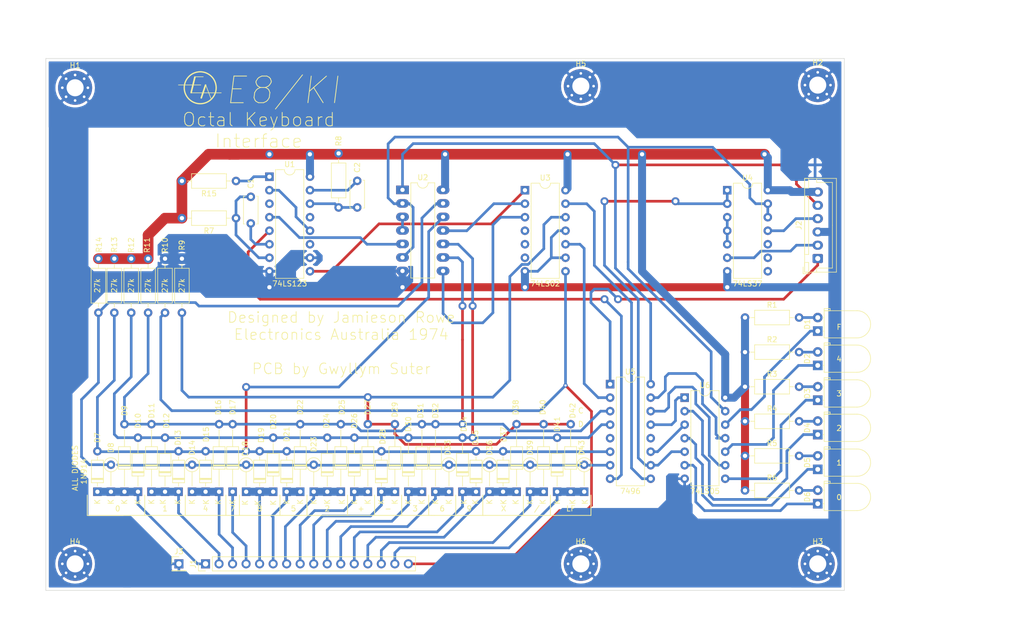
<source format=kicad_pcb>
(kicad_pcb (version 20211014) (generator pcbnew)
  (layers (0 "F.Cu" signal) (31 "B.Cu" signal) (34 "B.Paste" user) (35 "F.Paste" user) (36 "B.SilkS" user "B.Silkscreen") (37 "F.SilkS" user "F.Silkscreen") (38 "B.Mask" user) (39 "F.Mask" user) (44 "Edge.Cuts" user))
  (net 0 "")
  (net 1 "Net-(D1-Pad1)")
  (net 2 "Net-(D1-Pad2)")
  (net 3 "Net-(D2-Pad2)")
  (net 4 "Net-(D2-Pad1)")
  (net 5 "Net-(D3-Pad2)")
  (net 6 "Net-(D3-Pad1)")
  (net 7 "Net-(D4-Pad1)")
  (net 8 "Net-(D4-Pad2)")
  (net 9 "Net-(D5-Pad1)")
  (net 10 "Net-(D5-Pad2)")
  (net 11 "Net-(D6-Pad2)")
  (net 12 "Net-(D6-Pad1)")
  (net 13 "~{FLAG_RESET}")
  (net 14 "+5V")
  (net 15 "GND")
  (net 16 "Net-(C1-Pad1)")
  (net 17 "Net-(C2-Pad1)")
  (net 18 "A")
  (net 19 "C")
  (net 20 "D")
  (net 21 "E")
  (net 22 "F")
  (net 23 "Net-(U1-Pad9)")
  (net 24 "Net-(U1-Pad12)")
  (net 25 "~{CLOCK}")
  (net 26 "DATA")
  (net 27 "Net-(U1-Pad4)")
  (net 28 "Net-(U1-Pad5)")
  (net 29 "~{FLAG}")
  (net 30 "Net-(C1-Pad2)")
  (net 31 "Net-(C2-Pad2)")
  (net 32 "FLAG_OUT_LED")
  (net 33 "Net-(U2-Pad3)")
  (net 34 "Net-(U3-Pad13)")
  (net 38 "Net-(U3-Pad10)")
  (net 39 "Net-(U4-Pad1)")
  (net 42 "Net-(U4-Pad3)")
  (net 44 "Net-(U5-Pad15)")
  (net 45 "Net-(U5-Pad14)")
  (net 46 "Net-(U5-Pad13)")
  (net 49 "Net-(U5-Pad11)")
  (net 50 "0")
  (net 51 "1")
  (net 52 "4")
  (net 53 "7")
  (net 54 "CR")
  (net 55 "LF")
  (net 56 "DIV")
  (net 57 "X")
  (net 58 "9")
  (net 59 "6")
  (net 60 "3")
  (net 61 "-")
  (net 62 "+")
  (net 63 "2")
  (net 64 "5")
  (net 65 "8")
  (net 66 "Net-(R15-Pad1)")
  (net 70 "Net-(U3-Pad3)")
  (net 71 "Net-(U3-Pad2)")
  (footprint "Diode_THT:D_DO-35_SOD27_P5.08mm_Vertical_KathodeUp" (layer "F.Cu") (at 62.23 131.445 90)
    (fp_text reference "D8")
    (fp_text value "1N914")
  )
  (footprint "Resistor_THT:R_Axial_DIN0207_L6.3mm_D2.5mm_P10.16mm_Horizontal" (layer "F.Cu") (at 181.34 98.7)
    (fp_text reference "R1")
    (fp_text value "180R")
  )
  (footprint "Resistor_THT:R_Axial_DIN0207_L6.3mm_D2.5mm_P10.16mm_Horizontal" (layer "F.Cu") (at 181.34 105.2)
    (fp_text reference "R2")
    (fp_text value "180R")
  )
  (footprint "Resistor_THT:R_Axial_DIN0207_L6.3mm_D2.5mm_P10.16mm_Horizontal" (layer "F.Cu") (at 181.34 111.7)
    (fp_text reference "R3")
    (fp_text value "180R")
  )
  (footprint "Resistor_THT:R_Axial_DIN0207_L6.3mm_D2.5mm_P10.16mm_Horizontal" (layer "F.Cu") (at 181.34 118.2)
    (fp_text reference "R4")
    (fp_text value "180R")
  )
  (footprint "Resistor_THT:R_Axial_DIN0207_L6.3mm_D2.5mm_P10.16mm_Horizontal" (layer "F.Cu") (at 181.34 124.7)
    (fp_text reference "R5")
    (fp_text value "180R")
  )
  (footprint "Resistor_THT:R_Axial_DIN0207_L6.3mm_D2.5mm_P10.16mm_Horizontal" (layer "F.Cu") (at 181.34 131.2)
    (fp_text reference "R6")
    (fp_text value "180R")
  )
  (footprint "Resistor_THT:R_Axial_DIN0207_L6.3mm_D2.5mm_P10.16mm_Horizontal" (layer "F.Cu") (at 85.725 80.01 180)
    (fp_text reference "R7")
    (fp_text value "33k")
  )
  (footprint "Resistor_THT:R_Axial_DIN0207_L6.3mm_D2.5mm_P10.16mm_Horizontal" (layer "F.Cu") (at 105 78 90)
    (fp_text reference "R8")
    (fp_text value "180R")
  )
  (footprint "Resistor_THT:R_Axial_DIN0207_L6.3mm_D2.5mm_P10.16mm_Horizontal" (layer "F.Cu") (at 75.565 87.63 -90)
    (fp_text reference "R9")
    (fp_text value "27k")
  )
  (footprint "Resistor_THT:R_Axial_DIN0207_L6.3mm_D2.5mm_P10.16mm_Horizontal" (layer "F.Cu") (at 72.39 87.63 -90)
    (fp_text reference "R10")
    (fp_text value "27k")
  )
  (footprint "Resistor_THT:R_Axial_DIN0207_L6.3mm_D2.5mm_P10.16mm_Horizontal" (layer "F.Cu") (at 69.215 87.63 -90)
    (fp_text reference "R11")
    (fp_text value "27k")
  )
  (footprint "Resistor_THT:R_Axial_DIN0207_L6.3mm_D2.5mm_P10.16mm_Horizontal" (layer "F.Cu") (at 62.865 87.63 -90)
    (fp_text reference "R13")
    (fp_text value "27k")
  )
  (footprint "Resistor_THT:R_Axial_DIN0207_L6.3mm_D2.5mm_P10.16mm_Horizontal" (layer "F.Cu") (at 59.88 87.63 -90)
    (fp_text reference "R14")
    (fp_text value "27k")
  )
  (footprint "Package_DIP:DIP-16_W7.62mm" (layer "F.Cu") (at 92 72.22)
    (fp_text reference "U1")
    (fp_text value "74LS123")
  )
  (footprint "Package_DIP:DIP-14_W7.62mm" (layer "F.Cu") (at 178 74.76)
    (fp_text reference "U4")
    (fp_text value "74LS37")
  )
  (footprint "Package_DIP:DIP-16_W7.62mm" (layer "F.Cu") (at 156 111.22)
    (fp_text reference "U5")
    (fp_text value "7496")
  )
  (footprint "Package_DIP:DIP-14_W7.62mm" (layer "F.Cu") (at 170 113.76)
    (fp_text reference "U6")
    (fp_text value "74LS05")
  )
  (footprint "MountingHole:MountingHole_3.2mm_M3_Pad_Via" (layer "F.Cu") (at 55.5 55.5)
    (fp_text reference "H1")
    (fp_text value "MountingHole_Pad")
  )
  (footprint "MountingHole:MountingHole_3.2mm_M3_Pad_Via" (layer "F.Cu") (at 195 55)
    (fp_text reference "H2")
    (fp_text value "MountingHole_Pad")
  )
  (footprint "MountingHole:MountingHole_3.2mm_M3_Pad_Via" (layer "F.Cu") (at 195 145)
    (fp_text reference "H3")
    (fp_text value "MountingHole_Pad")
  )
  (footprint "MountingHole:MountingHole_3.2mm_M3_Pad_Via" (layer "F.Cu") (at 55.5 145)
    (fp_text reference "H4")
    (fp_text value "MountingHole_Pad")
  )
  (footprint "Package_DIP:DIP-14_W7.62mm" (layer "F.Cu") (at 140 74.76)
    (fp_text reference "U3")
    (fp_text value "74LS02")
  )
  (footprint "LED_THT:LED_D5.0mm_Horizontal_O1.27mm_Z3.0mm" (layer "F.Cu") (at 195 101.24 90)
    (fp_text reference "D1")
    (fp_text value "LED")
  )
  (footprint "Resistor_THT:R_Axial_DIN0207_L6.3mm_D2.5mm_P10.16mm_Horizontal" (layer "F.Cu") (at 66.04 87.63 -90)
    (fp_text reference "R12")
    (fp_text value "27k")
  )
  (footprint "LED_THT:LED_D5.0mm_Horizontal_O1.27mm_Z3.0mm" (layer "F.Cu") (at 195 107.7 90)
    (fp_text reference "D2")
    (fp_text value "LED")
  )
  (footprint "LED_THT:LED_D5.0mm_Horizontal_O1.27mm_Z3.0mm" (layer "F.Cu") (at 195 114.24 90)
    (fp_text reference "D3")
    (fp_text value "LED")
  )
  (footprint "LED_THT:LED_D5.0mm_Horizontal_O1.27mm_Z3.0mm" (layer "F.Cu") (at 195 120.7 90)
    (fp_text reference "D4")
    (fp_text value "LED")
  )
  (footprint "LED_THT:LED_D5.0mm_Horizontal_O1.27mm_Z3.0mm" (layer "F.Cu") (at 195 127.24 90)
    (fp_text reference "D5")
    (fp_text value "LED")
  )
  (footprint "Diode_THT:D_DO-35_SOD27_P7.62mm_Horizontal" (layer "F.Cu") (at 59.69 131.445 90)
    (fp_text reference "D7")
    (fp_text value "1N914" hide)
  )
  (footprint "Diode_THT:D_DO-35_SOD27_P12.70mm_Horizontal" (layer "F.Cu") (at 64.77 131.445 90)
    (fp_text reference "D9")
    (fp_text value "1N914" hide)
  )
  (footprint "Diode_THT:D_DO-35_SOD27_P10.16mm_Horizontal" (layer "F.Cu") (at 67.31 131.445 90)
    (fp_text reference "D10")
    (fp_text value "1N914" hide)
  )
  (footprint "Diode_THT:D_DO-35_SOD27_P12.70mm_Horizontal" (layer "F.Cu") (at 69.85 131.445 90)
    (fp_text reference "D11")
    (fp_text value "1N914" hide)
  )
  (footprint "Diode_THT:D_DO-35_SOD27_P10.16mm_Horizontal" (layer "F.Cu") (at 72.39 131.445 90)
    (fp_text reference "D12")
    (fp_text value "1N914" hide)
  )
  (footprint "Diode_THT:D_DO-35_SOD27_P7.62mm_Horizontal" (layer "F.Cu") (at 74.93 131.445 90)
    (fp_text reference "D13")
    (fp_text value "1N914" hide)
  )
  (footprint "Diode_THT:D_DO-35_SOD27_P5.08mm_Vertical_KathodeUp" (layer "F.Cu") (at 77.47 131.445 90)
    (fp_text reference "D14")
    (fp_text value "1N914" hide)
  )
  (footprint "Diode_THT:D_DO-35_SOD27_P7.62mm_Horizontal" (layer "F.Cu") (at 80.01 131.445 90)
    (fp_text reference "D15")
    (fp_text value "1N914" hide)
  )
  (footprint "Diode_THT:D_DO-35_SOD27_P12.70mm_Horizontal" (layer "F.Cu") (at 82.55 131.445 90)
    (fp_text reference "D16")
    (fp_text value "1N914" hide)
  )
  (footprint "Connector_PinHeader_2.54mm:PinHeader_1x01_P2.54mm_Vertical" (layer "F.Cu") (at 75 145)
    (fp_text reference "J3")
    (fp_text value "Conn_01x01_Male")
  )
  (footprint "Diode_THT:D_DO-35_SOD27_P12.70mm_Horizontal" (layer "F.Cu") (at 85.09 131.445 90)
    (fp_text reference "D17")
    (fp_text value "1N914" hide)
  )
  (footprint "Connector_PinHeader_2.54mm:PinHeader_1x16_P2.54mm_Vertical" (layer "F.Cu") (at 80 145 90)
    (fp_text reference "J1")
    (fp_text value "Conn_01x16_Male")
  )
  (footprint "Diode_THT:D_DO-35_SOD27_P5.08mm_Vertical_KathodeUp" (layer "F.Cu") (at 87.63 131.445 90)
    (fp_text reference "D18")
    (fp_text value "1N914" hide)
  )
  (footprint "Diode_THT:D_DO-35_SOD27_P7.62mm_Horizontal" (layer "F.Cu") (at 90.17 131.445 90)
    (fp_text reference "D19")
    (fp_text value "1N914" hide)
  )
  (footprint "Diode_THT:D_DO-35_SOD27_P10.16mm_Horizontal" (layer "F.Cu") (at 92.71 131.445 90)
    (fp_text reference "D20")
    (fp_text value "1N914" hide)
  )
  (footprint "Diode_THT:D_DO-35_SOD27_P7.62mm_Horizontal" (layer "F.Cu") (at 95.25 131.445 90)
    (fp_text reference "D21")
    (fp_text value "1N914" hide)
  )
  (footprint "Diode_THT:D_DO-35_SOD27_P12.70mm_Horizontal" (layer "F.Cu") (at 97.79 131.445 90)
    (fp_text reference "D22")
    (fp_text value "1N914" hide)
  )
  (footprint "Resistor_THT:R_Axial_DIN0207_L6.3mm_D2.5mm_P10.16mm_Horizontal" (layer "F.Cu") (at 85.725 73.025 180)
    (fp_text reference "R15")
    (fp_text value "1k")
  )
  (footprint "Diode_THT:D_DO-35_SOD27_P5.08mm_Vertical_KathodeUp" (layer "F.Cu") (at 100.33 131.445 90)
    (fp_text reference "D23")
    (fp_text value "1N914" hide)
  )
  (footprint "Diode_THT:D_DO-35_SOD27_P10.16mm_Horizontal" (layer "F.Cu") (at 102.87 131.445 90)
    (fp_text reference "D24")
    (fp_text value "1N914" hide)
  )
  (footprint "Diode_THT:D_DO-35_SOD27_P12.70mm_Horizontal" (layer "F.Cu") (at 105.41 131.445 90)
    (fp_text reference "D25")
    (fp_text value "1N914" hide)
  )
  (footprint "Diode_THT:D_DO-35_SOD27_P10.16mm_Horizontal" (layer "F.Cu") (at 107.95 131.445 90)
    (fp_text reference "D26")
    (fp_text value "1N914" hide)
  )
  (footprint "Diode_THT:D_DO-35_SOD27_P12.70mm_Horizontal" (layer "F.Cu") (at 110.49 131.445 90)
    (fp_text reference "D27")
    (fp_text value "1N914" hide)
  )
  (footprint "Diode_THT:D_DO-35_SOD27_P7.62mm_Horizontal" (layer "F.Cu") (at 113.03 131.445 90)
    (fp_text reference "D28")
    (fp_text value "1N914")
  )
  (footprint "Diode_THT:D_DO-35_SOD27_P12.70mm_Horizontal" (layer "F.Cu") (at 115.57 131.445 90)
    (fp_text reference "D29")
    (fp_text value "1N914")
  )
  (footprint "Diode_THT:D_DO-35_SOD27_P10.16mm_Horizontal" (layer "F.Cu") (at 118.11 131.445 90)
    (fp_text reference "D30")
    (fp_text value "1N914")
  )
  (footprint "Diode_THT:D_DO-35_SOD27_P12.70mm_Horizontal" (layer "F.Cu") (at 120.65 131.445 90)
    (fp_text reference "D31")
    (fp_text value "1N914")
  )
  (footprint "Diode_THT:D_DO-35_SOD27_P12.70mm_Horizontal" (layer "F.Cu") (at 123.19 131.445 90)
    (fp_text reference "D32")
    (fp_text value "1N914")
  )
  (footprint "Diode_THT:D_DO-35_SOD27_P5.08mm_Vertical_KathodeUp" (layer "F.Cu") (at 125.73 131.445 90)
    (fp_text reference "D33")
    (fp_text value "1N914")
  )
  (footprint "Diode_THT:D_DO-35_SOD27_P10.16mm_Horizontal" (layer "F.Cu") (at 128.27 131.445 90)
    (fp_text reference "D34")
    (fp_text value "1N914")
  )
  (footprint "Diode_THT:D_DO-35_SOD27_P7.62mm_Horizontal" (layer "F.Cu") (at 130.81 131.445 90)
    (fp_text reference "D35")
    (fp_text value "1N914")
  )
  (footprint "Diode_THT:D_DO-35_SOD27_P5.08mm_Vertical_KathodeUp" (layer "F.Cu") (at 133.35 131.445 90)
    (fp_text reference "D36")
    (fp_text value "1N914")
  )
  (footprint "Diode_THT:D_DO-35_SOD27_P7.62mm_Horizontal" (layer "F.Cu") (at 135.89 131.445 90)
    (fp_text reference "D37")
    (fp_text value "1N914")
  )
  (footprint "Diode_THT:D_DO-35_SOD27_P12.70mm_Horizontal" (layer "F.Cu") (at 138.43 131.445 90)
    (fp_text reference "D38")
    (fp_text value "1N914")
  )
  (footprint "Diode_THT:D_DO-35_SOD27_P5.08mm_Vertical_KathodeUp" (layer "F.Cu") (at 140.97 131.445 90)
    (fp_text reference "D39")
    (fp_text value "1N914")
  )
  (footprint "Diode_THT:D_DO-35_SOD27_P12.70mm_Horizontal" (layer "F.Cu") (at 143.51 131.445 90)
    (fp_text reference "D40")
    (fp_text value "1N914")
  )
  (footprint "Diode_THT:D_DO-35_SOD27_P10.16mm_Horizontal" (layer "F.Cu") (at 146.05 131.445 90)
    (fp_text reference "D41")
    (fp_text value "1N914")
  )
  (footprint "Diode_THT:D_DO-35_SOD27_P12.70mm_Horizontal" (layer "F.Cu") (at 148.59 131.445 90)
    (fp_text reference "D42")
    (fp_text value "1N914")
  )
  (footprint "Diode_THT:D_DO-35_SOD27_P5.08mm_Vertical_KathodeUp" (layer "F.Cu") (at 151.13 131.445 90)
    (fp_text reference "D43")
    (fp_text value "1N914")
  )
  (footprint "LED_THT:LED_D5.0mm_Horizontal_O1.27mm_Z3.0mm" (layer "F.Cu") (at 195 133.7 90)
    (fp_text reference "D6")
    (fp_text value "LED")
  )
  (footprint "EDUC-8:EA_Symbol" (layer "F.Cu") (at 79 55.5)
    (fp_text reference "REF**" hide)
    (fp_text value "EA_Symbol" hide)
  )
  (footprint "Capacitor_THT:C_Disc_D5.0mm_W2.5mm_P5.00mm" (layer "F.Cu") (at 88.5 76 -90)
    (fp_text reference "C1")
    (fp_text value "1nF")
  )
  (footprint "Capacitor_THT:C_Disc_D5.0mm_W2.5mm_P5.00mm" (layer "F.Cu") (at 108.5 78 90)
    (fp_text reference "C2")
    (fp_text value "100pF")
  )
  (footprint "MountingHole:MountingHole_3.2mm_M3_Pad_Via" (layer "F.Cu") (at 150.5 55.197056)
    (fp_text reference "H5")
    (fp_text value "MountingHole_Pad")
  )
  (footprint "MountingHole:MountingHole_3.2mm_M3_Pad_Via" (layer "F.Cu") (at 150.5 145)
    (fp_text reference "H6")
    (fp_text value "MountingHole_Pad")
  )
  (footprint "Connector_JST:JST_XH_B6B-XH-A_1x06_P2.50mm_Vertical" (layer "F.Cu") (at 195 87.6 90)
    (fp_text reference "J2")
    (fp_text value "Conn_01x06_Male")
  )
  (footprint "Package_DIP:DIP-14_W7.62mm_LongPads" (layer "F.Cu") (at 117 74.7)
    (fp_text reference "U2")
    (fp_text value "74LS132")
  )
  (gr_line (start 116.84 132.08) (end 116.84 132.715) (layer "F.SilkS") (width 0.15))
  (gr_line (start 99.06 132.08) (end 99.06 135.89) (layer "F.SilkS") (width 0.15))
  (gr_line (start 111.76 132.08) (end 111.76 135.89) (layer "F.SilkS") (width 0.15))
  (gr_line (start 93.98 132.08) (end 93.98 135.89) (layer "F.SilkS") (width 0.15))
  (gr_line (start 122.555 135.89) (end 102.87 135.89) (layer "F.SilkS") (width 0.15))
  (gr_line (start 116.84 132.715) (end 116.84 135.89) (layer "F.SilkS") (width 0.15))
  (gr_line (start 139.7 132.08) (end 139.7 135.89) (layer "F.SilkS") (width 0.15))
  (gr_line (start 83.82 132.08) (end 83.82 135.89) (layer "F.SilkS") (width 0.15))
  (gr_line (start 144.78 132.08) (end 144.78 135.89) (layer "F.SilkS") (width 0.15))
  (gr_line (start 121.92 132.08) (end 121.92 135.89) (layer "F.SilkS") (width 0.15))
  (gr_line (start 106.68 132.08) (end 106.68 135.89) (layer "F.SilkS") (width 0.15))
  (gr_line (start 57.785 135.89) (end 57.785 132.08) (layer "F.SilkS") (width 0.15))
  (gr_line (start 132.08 135.89) (end 152.4 135.89) (layer "F.SilkS") (width 0.15))
  (gr_line (start 152.4 135.89) (end 152.4 132.08) (layer "F.SilkS") (width 0.15))
  (gr_line (start 102.87 135.89) (end 57.785 135.89) (layer "F.SilkS") (width 0.15))
  (gr_line (start 122.555 135.89) (end 132.08 135.89) (layer "F.SilkS") (width 0.15))
  (gr_line (start 132.08 135.89) (end 132.08 132.08) (layer "F.SilkS") (width 0.15))
  (gr_line (start 127 132.08) (end 127 135.89) (layer "F.SilkS") (width 0.15))
  (gr_line (start 86.36 132.08) (end 86.36 135.89) (layer "F.SilkS") (width 0.15))
  (gr_line (start 76.2 132.08) (end 76.2 135.89) (layer "F.SilkS") (width 0.15))
  (gr_line (start 68.58 132.08) (end 68.58 135.89) (layer "F.SilkS") (width 0.15))
  (gr_line (start 50 50) (end 50 150) (layer "Edge.Cuts") (width 0.1))
  (gr_line (start 200 150) (end 200 50) (layer "Edge.Cuts") (width 0.1))
  (gr_line (start 200 50) (end 50 50) (layer "Edge.Cuts") (width 0.1))
  (gr_line (start 50 150) (end 200 150) (layer "Edge.Cuts") (width 0.1))
  (gr_text "3" (at 199 113) (layer "F.SilkS") (effects (font (size 1 1))))
  (gr_text "1" (at 72.39 134.62) (layer "F.SilkS") (effects (font (size 1 1))))
  (gr_text "ALL DIODES" (at 55.5 127 90) (layer "F.SilkS") (effects (font (size 1 1))))
  (gr_text "X" (at 136 134.62) (layer "F.SilkS") (effects (font (size 1 1))))
  (gr_text "F" (at 150.495 126.365) (layer "F.SilkS") (effects (font (size 1 1))))
  (gr_text "F" (at 199 100.5) (layer "F.SilkS") (effects (font (size 1 1))))
  (gr_text "/" (at 142.24 134.62) (layer "F.SilkS") (effects (font (size 1 1))))
  (gr_text "9" (at 129.54 134.62) (layer "F.SilkS") (effects (font (size 1 1))))
  (gr_text "E8/KI" (at 94.5 56) (layer "F.SilkS") (effects (font (size 5 5) (thickness 0.15) italic)))
  (gr_text "3" (at 119.38 134.62) (layer "F.SilkS") (effects (font (size 1 1))))
  (gr_text "4" (at 199 106.5) (layer "F.SilkS") (effects (font (size 1 1))))
  (gr_text "Designed by Jamieson Rowe\nElectronics Australia 1974\n\nPCB by Gwyllym Suter" (at 105.5 103.5) (layer "F.SilkS") (effects (font (size 2 2))))
  (gr_text "0" (at 63.5 134.62) (layer "F.SilkS") (effects (font (size 1 1))))
  (gr_text "+" (at 109.22 134.62) (layer "F.SilkS") (effects (font (size 1 1))))
  (gr_text "1" (at 199 126) (layer "F.SilkS") (effects (font (size 1 1))))
  (gr_text "0" (at 199 132.5) (layer "F.SilkS") (effects (font (size 1 1))))
  (gr_text "4" (at 80.01 134.62) (layer "F.SilkS") (effects (font (size 1 1))))
  (gr_text "6" (at 124.46 134.62) (layer "F.SilkS") (effects (font (size 1 1))))
  (gr_text "E" (at 150.495 123.825) (layer "F.SilkS") (effects (font (size 1 1))))
  (gr_text "C" (at 150.495 116.205) (layer "F.SilkS") (effects (font (size 1 1))))
  (gr_text "8" (at 90.17 134.62) (layer "F.SilkS") (effects (font (size 1 1))))
  (gr_text "7" (at 85.09 134.62) (layer "F.SilkS") (effects (font (size 1 1))))
  (gr_text "2" (at 102.87 134.62) (layer "F.SilkS") (effects (font (size 1 1))))
  (gr_text "D" (at 150.495 118.745) (layer "F.SilkS") (effects (font (size 1 1))))
  (gr_text "5" (at 96.52 134.62) (layer "F.SilkS") (effects (font (size 1 1))))
  (gr_text "-" (at 114.3 134.62) (layer "F.SilkS") (effects (font (size 1 1))))
  (gr_text "2" (at 199 119.5) (layer "F.SilkS") (effects (font (size 1 1))))
  (gr_text "LF" (at 148.59 134.62) (layer "F.SilkS") (effects (font (size 1 1))))
  (gr_text "Octal Keyboard\nInterface" (at 90 63.5) (layer "F.SilkS") (effects (font (size 2.5 2.5))))
  (segment (start 180.46 116) (end 182.550002 116) (width 0.5) (layer "B.Cu") (net 1))
  (segment (start 185 113.550002) (end 185 109.849998) (width 0.5) (layer "B.Cu") (net 1))
  (segment (start 185 109.849998) (end 193.609998 101.24) (width 0.5) (layer "B.Cu") (net 1))
  (segment (start 177.62 118.84) (end 180.46 116) (width 0.5) (layer "B.Cu") (net 1))
  (segment (start 193.609998 101.24) (end 194.5 101.24) (width 0.5) (layer "B.Cu") (net 1))
  (segment (start 182.550002 116) (end 185 113.550002) (width 0.5) (layer "B.Cu") (net 1))
  (segment (start 191.5 98.7) (end 194.5 98.7) (width 0.5) (layer "B.Cu") (net 2))
  (segment (start 191.5 105.2) (end 194.46 105.2) (width 0.5) (layer "B.Cu") (net 3))
  (segment (start 194.46 105.2) (end 194.5 105.16) (width 0.5) (layer "B.Cu") (net 3))
  (segment (start 191.385 107.7) (end 194.5 107.7) (width 0.5) (layer "B.Cu") (net 4))
  (segment (start 186.69 121.285) (end 186.69 112.395) (width 0.5) (layer "B.Cu") (net 4))
  (segment (start 186.69 112.395) (end 191.385 107.7) (width 0.5) (layer "B.Cu") (net 4))
  (segment (start 178.985 122.555) (end 185.42 122.555) (width 0.5) (layer "B.Cu") (net 4))
  (segment (start 177.62 123.92) (end 178.985 122.555) (width 0.5) (layer "B.Cu") (net 4))
  (segment (start 185.42 122.555) (end 186.69 121.285) (width 0.5) (layer "B.Cu") (net 4))
  (segment (start 191.5 111.7) (end 194.5 111.7) (width 0.5) (layer "B.Cu") (net 5))
  (segment (start 192.76 114.24) (end 188.1075 118.8925) (width 0.5) (layer "B.Cu") (net 6))
  (segment (start 194.5 114.24) (end 192.76 114.24) (width 0.5) (layer "B.Cu") (net 6))
  (segment (start 186.595 129) (end 188.1075 127.4875) (width 0.5) (layer "B.Cu") (net 6))
  (segment (start 177.62 129) (end 186.595 129) (width 0.5) (layer "B.Cu") (net 6))
  (segment (start 188.1075 127.4875) (end 188.1075 118.8925) (width 0.5) (layer "B.Cu") (net 6))
  (segment (start 171.545 116.3) (end 173.355 118.11) (width 0.5) (layer "B.Cu") (net 7))
  (segment (start 189.2025 128.9325) (end 189.2025 123.7975) (width 0.5) (layer "B.Cu") (net 7))
  (segment (start 185.2425 132.8925) (end 189.2025 128.9325) (width 0.5) (layer "B.Cu") (net 7))
  (segment (start 175.4375 132.8925) (end 185.2425 132.8925) (width 0.5) (layer "B.Cu") (net 7))
  (segment (start 173.355 124.46) (end 174.625 125.73) (width 0.5) (layer "B.Cu") (net 7))
  (segment (start 173.355 118.11) (end 173.355 124.46) (width 0.5) (layer "B.Cu") (net 7))
  (segment (start 192.3 120.7) (end 194.5 120.7) (width 0.5) (layer "B.Cu") (net 7))
  (segment (start 170 116.3) (end 171.545 116.3) (width 0.5) (layer "B.Cu") (net 7))
  (segment (start 189.2025 123.7975) (end 192.3 120.7) (width 0.5) (layer "B.Cu") (net 7))
  (segment (start 174.625 132.08) (end 175.4375 132.8925) (width 0.5) (layer "B.Cu") (net 7))
  (segment (start 174.625 125.73) (end 174.625 132.08) (width 0.5) (layer "B.Cu") (net 7))
  (segment (start 194.46 118.2) (end 194.5 118.16) (width 0.5) (layer "B.Cu") (net 8))
  (segment (start 191.5 118.2) (end 194.46 118.2) (width 0.5) (layer "B.Cu") (net 8))
  (segment (start 172.085 125.095) (end 173.355 126.365) (width 0.5) (layer "B.Cu") (net 9))
  (segment (start 172.085 122.555) (end 172.085 125.095) (width 0.5) (layer "B.Cu") (net 9))
  (segment (start 175.275 134) (end 186.34 134) (width 0.5) (layer "B.Cu") (net 9))
  (segment (start 193.1 127.24) (end 194.5 127.24) (width 0.5) (layer "B.Cu") (net 9))
  (segment (start 170.91 121.38) (end 172.085 122.555) (width 0.5) (layer "B.Cu") (net 9))
  (segment (start 173.355 126.365) (end 173.355 132.08) (width 0.5) (layer "B.Cu") (net 9))
  (segment (start 170 121.38) (end 170.91 121.38) (width 0.5) (layer "B.Cu") (net 9))
  (segment (start 186.34 134) (end 193.1 127.24) (width 0.5) (layer "B.Cu") (net 9))
  (segment (start 173.355 132.08) (end 175.275 134) (width 0.5) (layer "B.Cu") (net 9))
  (segment (start 191.5 124.7) (end 194.5 124.7) (width 0.5) (layer "B.Cu") (net 10))
  (segment (start 191.5 131.2) (end 194.5 131.2) (width 0.5) (layer "B.Cu") (net 11))
  (segment (start 189.26 133.74) (end 194.5 133.74) (width 0.5) (layer "B.Cu") (net 12))
  (segment (start 188 135) (end 189.26 133.74) (width 0.5) (layer "B.Cu") (net 12))
  (segment (start 172.085 127) (end 172.085 133.35) (width 0.5) (layer "B.Cu") (net 12))
  (segment (start 171.545 126.46) (end 172.085 127) (width 0.5) (layer "B.Cu") (net 12))
  (segment (start 173.735 135) (end 188 135) (width 0.5) (layer "B.Cu") (net 12))
  (segment (start 170 126.46) (end 171.545 126.46) (width 0.5) (layer "B.Cu") (net 12))
  (segment (start 172.085 133.35) (end 173.735 135) (width 0.5) (layer "B.Cu") (net 12))
  (segment (start 191 73.6) (end 191 73) (width 0.5) (layer "F.Cu") (net 13))
  (segment (start 188 70) (end 157 70) (width 0.5) (layer "F.Cu") (net 13))
  (segment (start 191 73) (end 188 70) (width 0.5) (layer "F.Cu") (net 13))
  (segment (start 195 77.6) (end 191 73.6) (width 0.5) (layer "F.Cu") (net 13))
  (via (at 157 70) (size 1.5) (drill 0.8) (layers "F.Cu" "B.Cu") (net 13))
  (segment (start 117 68) (end 117 74.76) (width 0.5) (layer "B.Cu") (net 13))
  (segment (start 153 66) (end 119 66) (width 0.5) (layer "B.Cu") (net 13))
  (segment (start 157 89.409964) (end 157 70) (width 0.5) (layer "B.Cu") (net 13))
  (segment (start 119 66) (end 117 68) (width 0.5) (layer "B.Cu") (net 13))
  (segment (start 157 70) (end 153 66) (width 0.5) (layer "B.Cu") (net 13))
  (segment (start 163.62 96.029964) (end 157 89.409964) (width 0.5) (layer "B.Cu") (net 13))
  (segment (start 163.62 111.22) (end 163.62 96.029964) (width 0.5) (layer "B.Cu") (net 13))
  (segment (start 72.39 80.01) (end 69.215 83.185) (width 2) (layer "F.Cu") (net 14))
  (segment (start 148 68) (end 125 68) (width 1.5) (layer "F.Cu") (net 14))
  (segment (start 69.215 83.185) (end 69.215 87.63) (width 2) (layer "F.Cu") (net 14))
  (segment (start 75.565 80.01) (end 72.39 80.01) (width 2) (layer "F.Cu") (net 14))
  (segment (start 162 68) (end 148 68) (width 1.5) (layer "F.Cu") (net 14))
  (segment (start 84.51 68) (end 80.59 68) (width 2) (layer "F.Cu") (net 14))
  (segment (start 86.16 68.16) (end 86 68) (width 1.5) (layer "F.Cu") (net 14))
  (segment (start 125 68) (end 99.6 68) (width 1.5) (layer "F.Cu") (net 14))
  (segment (start 185 68) (end 162 68) (width 1.5) (layer "F.Cu") (net 14))
  (segment (start 181.34 111.7) (end 181.34 131.2) (width 1.5) (layer "F.Cu") (net 14))
  (segment (start 99.6 68) (end 92 68) (width 1.5) (layer "F.Cu") (net 14))
  (segment (start 80.59 68) (end 75.565 73.025) (width 2) (layer "F.Cu") (net 14))
  (segment (start 92 68) (end 86.16 68) (width 1.5) (layer "F.Cu") (net 14))
  (segment (start 84.51 68) (end 185 68) (width 2) (layer "F.Cu") (net 14))
  (segment (start 86.16 68) (end 84.51 68) (width 2) (layer "F.Cu") (net 14))
  (segment (start 69.215 87.63) (end 59.88 87.63) (width 2) (layer "F.Cu") (net 14))
  (segment (start 75.565 73.025) (end 75.565 80.01) (width 2) (layer "F.Cu") (net 14))
  (via (at 92 68) (size 1.5) (drill 0.8) (layers "F.Cu" "B.Cu") (net 14))
  (via (at 162 68) (size 1.5) (drill 0.8) (layers "F.Cu" "B.Cu") (net 14))
  (via (at 185 68) (size 1.5) (drill 0.8) (layers "F.Cu" "B.Cu") (net 14))
  (via (at 99.6 68) (size 1.5) (drill 0.8) (layers "F.Cu" "B.Cu") (net 14))
  (via (at 125 68) (size 1.5) (drill 0.8) (layers "F.Cu" "B.Cu") (net 14))
  (via (at 148 68) (size 1.5) (drill 0.8) (layers "F.Cu" "B.Cu") (net 14))
  (segment (start 189.76 74.76) (end 185.62 74.76) (width 1.5) (layer "B.Cu") (net 14))
  (segment (start 148 74.38) (end 147.62 74.76) (width 1.5) (layer "B.Cu") (net 14))
  (segment (start 194.5 75.08) (end 190.08 75.08) (width 1.5) (layer "B.Cu") (net 14))
  (segment (start 162 90) (end 162 68) (width 1.5) (layer "B.Cu") (net 14))
  (segment (start 177.62 113.76) (end 179.28 113.76) (width 1.5) (layer "B.Cu") (net 14))
  (segment (start 177.62 113.76) (end 177.62 105.62) (width 1.5) (layer "B.Cu") (net 14))
  (segment (start 177.62 105.62) (end 162 90) (width 1.5) (layer "B.Cu") (net 14))
  (segment (start 99.6 68) (end 99.62 68.02) (width 1.5) (layer "B.Cu") (net 14))
  (segment (start 181.34 105.66) (end 181.34 111.7) (width 1.5) (layer "B.Cu") (net 14))
  (segment (start 99.62 68.02) (end 99.62 72.22) (width 1.5) (layer "B.Cu") (net 14))
  (segment (start 125 68) (end 125 74.38) (width 1.5) (layer "B.Cu") (net 14))
  (segment (start 185.62 74.76) (end 185.62 68.62) (width 1.5) (layer "B.Cu") (net 14))
  (segment (start 179.28 113.76) (end 181.34 111.7) (width 1.5) (layer "B.Cu") (net 14))
  (segment (start 185.62 68.62) (end 185 68) (width 1.5) (layer "B.Cu") (net 14))
  (segment (start 181.34 98.7) (end 181.34 105.66) (width 1.5) (layer "B.Cu") (net 14))
  (segment (start 148 68) (end 148 74.38) (width 1.5) (layer "B.Cu") (net 14))
  (segment (start 190.08 75.08) (end 189.76 74.76) (width 1.5) (layer "B.Cu") (net 14))
  (segment (start 92 93) (end 117 93) (width 1.5) (layer "F.Cu") (net 15))
  (segment (start 117 93) (end 140 93) (width 1.5) (layer "F.Cu") (net 15))
  (segment (start 140 93) (end 178 93) (width 1.5) (layer "F.Cu") (net 15))
  (via (at 92 93) (size 1.5) (drill 0.8) (layers "F.Cu" "B.Cu") (net 15))
  (via (at 178 93) (size 1.5) (drill 0.8) (layers "F.Cu" "B.Cu") (net 15))
  (via (at 140 93) (size 1.5) (drill 0.8) (layers "F.Cu" "B.Cu") (net 15))
  (via (at 117 93) (size 1.5) (drill 0.8) (layers "F.Cu" "B.Cu") (net 15))
  (segment (start 140 90) (end 142.41 90) (width 0.5) (layer "B.Cu") (net 15))
  (segment (start 86.65 93) (end 86.705 93) (width 2) (layer "B.Cu") (net 15))
  (segment (start 195 82.6) (end 198 82.6) (width 1.5) (layer "B.Cu") (net 15))
  (segment (start 75.565 87.63) (end 81.28 87.63) (width 2) (layer "B.Cu") (net 15))
  (segment (start 94.15 90) (end 96.69 87.46) (width 0.5) (layer "B.Cu") (net 15))
  (segment (start 117 90) (end 117 93) (width 1.5) (layer "B.Cu") (net 15))
  (segment (start 92 93) (end 86.705 93) (width 2) (layer "B.Cu") (net 15))
  (segment (start 142.41 90) (end 144.95 87.46) (width 0.5) (layer "B.Cu") (net 15))
  (segment (start 81.28 87.63) (end 86.65 93) (width 2) (layer "B.Cu") (net 15))
  (segment (start 178 93) (end 198.1 93) (width 1.5) (layer "B.Cu") (net 15))
  (segment (start 96.69 87.46) (end 99.62 87.46) (width 0.5) (layer "B.Cu") (net 15))
  (segment (start 178 93) (end 178 90) (width 1.5) (layer "B.Cu") (net 15))
  (segment (start 146.22 82.38) (end 144.95 83.65) (width 0.5) (layer "B.Cu") (net 15))
  (segment (start 92 90) (end 92 93) (width 1.5) (layer "B.Cu") (net 15))
  (segment (start 92 90) (end 94.15 90) (width 0.5) (layer "B.Cu") (net 15))
  (segment (start 144.95 83.65) (end 144.95 87.46) (width 0.5) (layer "B.Cu") (net 15))
  (segment (start 140 90) (end 140 93) (width 1.5) (layer "B.Cu") (net 15))
  (segment (start 147.62 82.38) (end 146.22 82.38) (width 0.5) (layer "B.Cu") (net 15))
  (segment (start 144.95 87.46) (end 147.62 87.46) (width 0.5) (layer "B.Cu") (net 15))
  (segment (start 72.39 87.63) (end 75.565 87.63) (width 2) (layer "B.Cu") (net 15))
  (segment (start 90 87.46) (end 85.725 83.185) (width 0.5) (layer "B.Cu") (net 16))
  (segment (start 88.5 76) (end 86.5 76) (width 0.5) (layer "B.Cu") (net 16))
  (segment (start 86.5 76) (end 85.725 76.775) (width 0.5) (layer "B.Cu") (net 16))
  (segment (start 85.725 76.775) (end 85.725 80.01) (width 0.5) (layer "B.Cu") (net 16))
  (segment (start 85.725 83.185) (end 85.725 80.01) (width 0.5) (layer "B.Cu") (net 16))
  (segment (start 92 87.46) (end 90 87.46) (width 0.5) (layer "B.Cu") (net 16))
  (segment (start 104.3 77.3) (end 105 78) (width 0.5) (layer "B.Cu") (net 17))
  (segment (start 105 78) (end 108.5 78) (width 0.5) (layer "B.Cu") (net 17))
  (segment (start 99.62 77.3) (end 104.3 77.3) (width 0.5) (layer "B.Cu") (net 17))
  (segment (start 115.57 118.745) (end 115.57 120.595002) (width 0.5) (layer "F.Cu") (net 18))
  (segment (start 115.57 118.745) (end 110.49 118.745) (width 0.5) (layer "F.Cu") (net 18))
  (segment (start 110.49 118.745) (end 110.49 113.665) (width 0.5) (layer "F.Cu") (net 18))
  (segment (start 117.509999 122.535001) (end 134.639999 122.535001) (width 0.5) (layer "F.Cu") (net 18))
  (segment (start 134.639999 122.535001) (end 138.43 118.745) (width 0.5) (layer "F.Cu") (net 18))
  (segment (start 138.43 118.745) (end 143.51 118.745) (width 0.5) (layer "F.Cu") (net 18))
  (segment (start 115.57 120.595002) (end 117.509999 122.535001) (width 0.5) (layer "F.Cu") (net 18))
  (segment (start 143.51 118.745) (end 148.59 118.745) (width 0.5) (layer "F.Cu") (net 18))
  (via (at 110.49 113.665) (size 1.5) (drill 0.8) (layers "F.Cu" "B.Cu") (net 18))
  (segment (start 137.16 90.989998) (end 137.16 110.49) (width 0.5) (layer "B.Cu") (net 18))
  (segment (start 147.62 79.84) (end 144.95 79.84) (width 0.5) (layer "B.Cu") (net 18))
  (segment (start 144.95 79.84) (end 143.547501 81.242499) (width 0.5) (layer "B.Cu") (net 18))
  (segment (start 143.547501 85.762501) (end 140.600001 88.710001) (width 0.5) (layer "B.Cu") (net 18))
  (segment (start 137.16 110.49) (end 133.985 113.665) (width 0.5) (layer "B.Cu") (net 18))
  (segment (start 75.565 112.395) (end 75.565 97.79) (width 0.5) (layer "B.Cu") (net 18))
  (segment (start 140.600001 88.710001) (end 139.439997 88.710001) (width 0.5) (layer "B.Cu") (net 18))
  (segment (start 133.985 113.665) (end 110.49 113.665) (width 0.5) (layer "B.Cu") (net 18))
  (segment (start 139.439997 88.710001) (end 137.16 90.989998) (width 0.5) (layer "B.Cu") (net 18))
  (segment (start 76.835 113.665) (end 75.565 112.395) (width 0.5) (layer "B.Cu") (net 18))
  (segment (start 110.49 113.665) (end 76.835 113.665) (width 0.5) (layer "B.Cu") (net 18))
  (segment (start 143.547501 81.242499) (end 143.547501 85.762501) (width 0.5) (layer "B.Cu") (net 18))
  (segment (start 128.27 96.52) (end 128.27 102.87) (width 0.5) (layer "F.Cu") (net 19))
  (segment (start 128.27 102.87) (end 128.27 118.745) (width 0.5) (layer "F.Cu") (net 19))
  (via (at 128.27 96.52) (size 1.5) (drill 0.8) (layers "F.Cu" "B.Cu") (net 19))
  (via (at 128.27 118.745) (size 1.5) (drill 0.8) (layers "F.Cu" "B.Cu") (net 19))
  (segment (start 109.22 120.015) (end 107.95 118.745) (width 0.5) (layer "B.Cu") (net 19))
  (segment (start 69.215 97.79) (end 69.215 109.22) (width 0.5) (layer "B.Cu") (net 19))
  (segment (start 154.21 116.3) (end 150.495 120.015) (width 0.5) (layer "B.Cu") (net 19))
  (segment (start 69.215 109.22) (end 64.77 113.665) (width 0.5) (layer "B.Cu") (net 19))
  (segment (start 135.89 118.745) (end 128.27 118.745) (width 0.5) (layer "B.Cu") (net 19))
  (segment (start 64.77 113.665) (end 64.77 118.745) (width 0.5) (layer "B.Cu") (net 19))
  (segment (start 127.465 87.46) (end 128.27 88.265) (width 0.5) (layer "B.Cu") (net 19))
  (segment (start 137.16 120.015) (end 135.89 118.745) (width 0.5) (layer "B.Cu") (net 19))
  (segment (start 124.62 87.46) (end 127.465 87.46) (width 0.5) (layer "B.Cu") (net 19))
  (segment (start 116.84 120.015) (end 109.22 120.015) (width 0.5) (layer "B.Cu") (net 19))
  (segment (start 156 116.3) (end 154.21 116.3) (width 0.5) (layer "B.Cu") (net 19))
  (segment (start 150.495 120.015) (end 137.16 120.015) (width 0.5) (layer "B.Cu") (net 19))
  (segment (start 118.11 118.745) (end 116.84 120.015) (width 0.5) (layer "B.Cu") (net 19))
  (segment (start 128.27 88.265) (end 128.27 96.52) (width 0.5) (layer "B.Cu") (net 19))
  (segment (start 128.27 118.745) (end 118.11 118.745) (width 0.5) (layer "B.Cu") (net 19))
  (segment (start 107.95 118.745) (end 64.77 118.745) (width 0.5) (layer "B.Cu") (net 19))
  (segment (start 130.175 96.52) (end 130.175 121.285) (width 0.5) (layer "F.Cu") (net 20))
  (via (at 130.175 96.52) (size 1.5) (drill 0.8) (layers "F.Cu" "B.Cu") (net 20))
  (via (at 130.175 121.285) (size 1.5) (drill 0.8) (layers "F.Cu" "B.Cu") (net 20))
  (segment (start 67.31 121.285) (end 130.175 121.285) (width 0.5) (layer "B.Cu") (net 20))
  (segment (start 62.865 120.65) (end 62.865 113.03) (width 0.5) (layer "B.Cu") (net 20))
  (segment (start 63.5 121.285) (end 62.865 120.65) (width 0.5) (layer "B.Cu") (net 20))
  (segment (start 124.62 84.92) (end 127.465 84.92) (width 0.5) (layer "B.Cu") (net 20))
  (segment (start 67.31 121.285) (end 63.5 121.285) (width 0.5) (layer "B.Cu") (net 20))
  (segment (start 130.175 87.63) (end 130.175 96.52) (width 0.5) (layer "B.Cu") (net 20))
  (segment (start 62.865 113.03) (end 66.04 109.855) (width 0.5) (layer "B.Cu") (net 20))
  (segment (start 151.955 121.285) (end 154.4 118.84) (width 0.5) (layer "B.Cu") (net 20))
  (segment (start 66.04 109.855) (end 66.04 97.79) (width 0.5) (layer "B.Cu") (net 20))
  (segment (start 130.175 121.285) (end 151.955 121.285) (width 0.5) (layer "B.Cu") (net 20))
  (segment (start 154.4 118.84) (end 156 118.84) (width 0.5) (layer "B.Cu") (net 20))
  (segment (start 127.465 84.92) (end 130.175 87.63) (width 0.5) (layer "B.Cu") (net 20))
  (segment (start 87.63 111.76) (end 87.63 123.825) (width 0.5) (layer "F.Cu") (net 21))
  (via (at 87.63 111.76) (size 1.5) (drill 0.8) (layers "F.Cu" "B.Cu") (net 21))
  (via (at 87.63 123.825) (size 1.5) (drill 0.8) (layers "F.Cu" "B.Cu") (net 21))
  (segment (start 62.865 110.49) (end 62.865 97.79) (width 0.5) (layer "B.Cu") (net 21))
  (segment (start 59.69 123.825) (end 59.69 113.665) (width 0.5) (layer "B.Cu") (net 21))
  (segment (start 152.825 123.92) (end 156 123.92) (width 0.5) (layer "B.Cu") (net 21))
  (segment (start 59.785 123.92) (end 59.69 123.825) (width 0.5) (layer "B.Cu") (net 21))
  (segment (start 105.04 111.76) (end 87.63 111.76) (width 0.5) (layer "B.Cu") (net 21))
  (segment (start 124.62 79.84) (end 121.92 82.54) (width 0.5) (layer "B.Cu") (net 21))
  (segment (start 59.69 113.665) (end 62.865 110.49) (width 0.5) (layer "B.Cu") (net 21))
  (segment (start 121.92 94.88) (end 105.04 111.76) (width 0.5) (layer "B.Cu") (net 21))
  (segment (start 152.825 123.92) (end 59.785 123.92) (width 0.5) (layer "B.Cu") (net 21))
  (segment (start 121.92 82.54) (end 121.92 94.88) (width 0.5) (layer "B.Cu") (net 21))
  (segment (start 78.105 95.885) (end 78.759999 96.539999) (width 0.5) (layer "B.Cu") (net 22))
  (segment (start 59.88 110.935) (end 59.88 97.79) (width 0.5) (layer "B.Cu") (net 22))
  (segment (start 63.595 126.46) (end 63.5 126.365) (width 0.5) (layer "B.Cu") (net 22))
  (segment (start 152.825 126.46) (end 78.2 126.46) (width 0.5) (layer "B.Cu") (net 22))
  (segment (start 120.65 80.01) (end 123.36 77.3) (width 0.5) (layer "B.Cu") (net 22))
  (segment (start 78.2 126.46) (end 78.105 126.365) (width 0.5) (layer "B.Cu") (net 22))
  (segment (start 56.705 114.11) (end 59.88 110.935) (width 0.5) (layer "B.Cu") (net 22))
  (segment (start 123.36 77.3) (end 124.62 77.3) (width 0.5) (layer "B.Cu") (net 22))
  (segment (start 59.88 97.79) (end 61.785 95.885) (width 0.5) (layer "B.Cu") (net 22))
  (segment (start 78.2 126.46) (end 63.595 126.46) (width 0.5) (layer "B.Cu") (net 22))
  (segment (start 56.705 124.88) (end 56.705 114.11) (width 0.5) (layer "B.Cu") (net 22))
  (segment (start 78.759999 96.539999) (end 116.185001 96.539999) (width 0.5) (layer "B.Cu") (net 22))
  (segment (start 152.825 126.46) (end 156 126.46) (width 0.5) (layer "B.Cu") (net 22))
  (segment (start 58.19 126.365) (end 56.705 124.88) (width 0.5) (layer "B.Cu") (net 22))
  (segment (start 116.185001 96.539999) (end 120.65 92.075) (width 0.5) (layer "B.Cu") (net 22))
  (segment (start 120.65 92.075) (end 120.65 80.01) (width 0.5) (layer "B.Cu") (net 22))
  (segment (start 61.785 95.885) (end 78.105 95.885) (width 0.5) (layer "B.Cu") (net 22))
  (segment (start 62.23 126.365) (end 58.19 126.365) (width 0.5) (layer "B.Cu") (net 22))
  (segment (start 103.675 90) (end 99.62 90) (width 0.5) (layer "F.Cu") (net 23))
  (segment (start 133.669999 81.090001) (end 112.584999 81.090001) (width 0.5) (layer "F.Cu") (net 23))
  (segment (start 140 74.76) (end 133.669999 81.090001) (width 0.5) (layer "F.Cu") (net 23))
  (segment (start 112.584999 81.090001) (end 103.675 90) (width 0.5) (layer "F.Cu") (net 23))
  (segment (start 97 79.76) (end 99.62 82.38) (width 0.5) (layer "B.Cu") (net 24))
  (segment (start 97 78) (end 97 79.76) (width 0.5) (layer "B.Cu") (net 24))
  (segment (start 92 74.76) (end 93.76 74.76) (width 0.5) (layer "B.Cu") (net 24))
  (segment (start 93.76 74.76) (end 97 78) (width 0.5) (layer "B.Cu") (net 24))
  (segment (start 188.595 95.25) (end 195 88.845) (width 0.5) (layer "F.Cu") (net 25))
  (segment (start 195 88.845) (end 195 87.6) (width 0.5) (layer "F.Cu") (net 25))
  (segment (start 188.595 95.25) (end 157.48 95.25) (width 0.5) (layer "F.Cu") (net 25))
  (via (at 157.48 95.25) (size 1.5) (drill 0.8) (layers "F.Cu" "B.Cu") (net 25))
  (segment (start 153.035 93.345) (end 152.4 93.98) (width 0.5) (layer "B.Cu") (net 25))
  (segment (start 152.4 93.98) (end 152.4 95.885) (width 0.5) (layer "B.Cu") (net 25))
  (segment (start 155.575 93.345) (end 153.035 93.345) (width 0.5) (layer "B.Cu") (net 25))
  (segment (start 157.48 95.25) (end 155.575 93.345) (width 0.5) (layer "B.Cu") (net 25))
  (segment (start 156 99.485) (end 156 111.22) (width 0.5) (layer "B.Cu") (net 25))
  (segment (start 152.4 95.885) (end 156 99.485) (width 0.5) (layer "B.Cu") (net 25))
  (segment (start 178 87.46) (end 183.04 87.46) (width 0.5) (layer "B.Cu") (net 26))
  (segment (start 191 85.1) (end 195 85.1) (width 0.5) (layer "B.Cu") (net 26))
  (segment (start 184.29 86.21) (end 189.89 86.21) (width 0.5) (layer "B.Cu") (net 26))
  (segment (start 189.89 86.21) (end 191 85.1) (width 0.5) (layer "B.Cu") (net 26))
  (segment (start 183.04 87.46) (end 184.29 86.21) (width 0.5) (layer "B.Cu") (net 26))
  (segment (start 110.32 84.92) (end 117 84.92) (width 0.5) (layer "B.Cu") (net 27))
  (segment (start 92 79.84) (end 93.81 79.84) (width 0.5) (layer "B.Cu") (net 27))
  (segment (start 97.639999 83.669999) (end 109.069999 83.669999) (width 0.5) (layer "B.Cu") (net 27))
  (segment (start 93.81 79.84) (end 97.639999 83.669999) (width 0.5) (layer "B.Cu") (net 27))
  (segment (start 109.069999 83.669999) (end 110.32 84.92) (width 0.5) (layer "B.Cu") (net 27))
  (segment (start 88 86.38) (end 88 93) (width 0.5) (layer "F.Cu") (net 28))
  (segment (start 90.25 95.25) (end 154.94 95.25) (width 0.5) (layer "F.Cu") (net 28))
  (segment (start 88 93) (end 90.25 95.25) (width 0.5) (layer "F.Cu") (net 28))
  (segment (start 92 82.38) (end 88 86.38) (width 0.5) (layer "F.Cu") (net 28))
  (via (at 154.94 95.25) (size 1.5) (drill 0.8) (layers "F.Cu" "B.Cu") (net 28))
  (segment (start 155.689999 95.999999) (end 154.94 95.25) (width 0.5) (layer "B.Cu") (net 28))
  (segment (start 158.115 128.27) (end 158.115 98.425) (width 0.5) (layer "B.Cu") (net 28))
  (segment (start 157.385 129) (end 158.115 128.27) (width 0.5) (layer "B.Cu") (net 28))
  (segment (start 158.115 98.425) (end 154.94 95.25) (width 0.5) (layer "B.Cu") (net 28))
  (segment (start 156 129) (end 157.385 129) (width 0.5) (layer "B.Cu") (net 28))
  (segment (start 188.62 82.38) (end 190.9 80.1) (width 0.5) (layer "B.Cu") (net 29))
  (segment (start 185.62 82.38) (end 188.62 82.38) (width 0.5) (layer "B.Cu") (net 29))
  (segment (start 190.9 80.1) (end 195 80.1) (width 0.5) (layer "B.Cu") (net 29))
  (segment (start 88.5 81) (end 88.5 84) (width 0.5) (layer "B.Cu") (net 30))
  (segment (start 89.42 84.92) (end 92 84.92) (width 0.5) (layer "B.Cu") (net 30))
  (segment (start 88.5 84) (end 89.42 84.92) (width 0.5) (layer "B.Cu") (net 30))
  (segment (start 99.62 74.76) (end 106.74 74.76) (width 0.5) (layer "B.Cu") (net 31))
  (segment (start 106.74 74.76) (end 108.5 73) (width 0.5) (layer "B.Cu") (net 31))
  (segment (start 159.385 66.675) (end 175.26 66.675) (width 0.5) (layer "B.Cu") (net 32))
  (segment (start 183.345 77.3) (end 185.62 77.3) (width 0.5) (layer "B.Cu") (net 32))
  (segment (start 182.245 76.2) (end 183.345 77.3) (width 0.5) (layer "B.Cu") (net 32))
  (segment (start 115.4 77.3) (end 117 77.3) (width 0.5) (layer "B.Cu") (net 32))
  (segment (start 174.985 113.665) (end 174.985 105.135) (width 0.5) (layer "B.Cu") (net 32))
  (segment (start 157.48 64.77) (end 115.57 64.77) (width 0.5) (layer "B.Cu") (net 32))
  (segment (start 174.985 105.135) (end 159.385 89.535) (width 0.5) (layer "B.Cu") (net 32))
  (segment (start 159.385 88.265) (end 159.385 66.675) (width 0.5) (layer "B.Cu") (net 32))
  (segment (start 114.3 76.2) (end 115.4 77.3) (width 0.5) (layer "B.Cu") (net 32))
  (segment (start 119 78) (end 119 85.46) (width 0.5) (layer "B.Cu") (net 32))
  (segment (start 118.3 77.3) (end 119 78) (width 0.5) (layer "B.Cu") (net 32))
  (segment (start 175.26 66.675) (end 182.245 73.66) (width 0.5) (layer "B.Cu") (net 32))
  (segment (start 177.62 116.3) (end 174.985 113.665) (width 0.5) (layer "B.Cu") (net 32))
  (segment (start 117 77.3) (end 118.3 77.3) (width 0.5) (layer "B.Cu") (net 32))
  (segment (start 115.57 64.77) (end 114.3 66.04) (width 0.5) (layer "B.Cu") (net 32))
  (segment (start 114.3 66.04) (end 114.3 76.2) (width 0.5) (layer "B.Cu") (net 32))
  (segment (start 159.385 66.675) (end 157.48 64.77) (width 0.5) (layer "B.Cu") (net 32))
  (segment (start 159.385 89.535) (end 159.385 88.265) (width 0.5) (layer "B.Cu") (net 32))
  (segment (start 185.62 77.3) (end 185.62 79.84) (width 0.5) (layer "B.Cu") (net 32))
  (segment (start 182.245 73.66) (end 182.245 76.2) (width 0.5) (layer "B.Cu") (net 32))
  (segment (start 119 85.46) (end 117 87.46) (width 0.5) (layer "B.Cu") (net 32))
  (segment (start 117 79.84) (end 117 82.38) (width 0.5) (layer "B.Cu") (net 33))
  (segment (start 151.595 77.3) (end 147.62 77.3) (width 0.5) (layer "B.Cu") (net 34))
  (segment (start 163.62 129) (end 162.02 129) (width 0.5) (layer "B.Cu") (net 34))
  (segment (start 153.035 78.74) (end 151.595 77.3) (width 0.5) (layer "B.Cu") (net 34))
  (segment (start 160.02 95.885) (end 153.035 88.9) (width 0.5) (layer "B.Cu") (net 34))
  (segment (start 153.035 88.9) (end 153.035 78.74) (width 0.5) (layer "B.Cu") (net 34))
  (segment (start 162.02 129) (end 160.02 127) (width 0.5) (layer "B.Cu") (net 34))
  (segment (start 160.02 127) (end 160.02 95.885) (width 0.5) (layer "B.Cu") (net 34))
  (segment (start 151.13 111.125) (end 151.13 85.725) (width 0.5) (layer "B.Cu") (net 38))
  (segment (start 153.765 113.76) (end 151.13 111.125) (width 0.5) (layer "B.Cu") (net 38))
  (segment (start 156 113.76) (end 153.765 113.76) (width 0.5) (layer "B.Cu") (net 38))
  (segment (start 151.13 85.725) (end 150.325 84.92) (width 0.5) (layer "B.Cu") (net 38))
  (segment (start 150.325 84.92) (end 147.62 84.92) (width 0.5) (layer "B.Cu") (net 38))
  (segment (start 168.275 76.835) (end 154.94 76.835) (width 0.5) (layer "F.Cu") (net 39))
  (via (at 154.94 76.835) (size 1.5) (drill 0.8) (layers "F.Cu" "B.Cu") (net 39))
  (via (at 168.275 76.835) (size 1.5) (drill 0.8) (layers "F.Cu" "B.Cu") (net 39))
  (segment (start 178 77.3) (end 168.74 77.3) (width 0.5) (layer "B.Cu") (net 39))
  (segment (start 163.62 126.46) (end 165.005 126.46) (width 0.5) (layer "B.Cu") (net 39))
  (segment (start 167.545 123.92) (end 170 123.92) (width 0.5) (layer "B.Cu") (net 39))
  (segment (start 161.29 125.095) (end 162.655 126.46) (width 0.5) (layer "B.Cu") (net 39))
  (segment (start 154.94 88.9) (end 161.29 95.25) (width 0.5) (layer "B.Cu") (net 39))
  (segment (start 161.29 95.25) (end 161.29 125.095) (width 0.5) (layer "B.Cu") (net 39))
  (segment (start 178 74.76) (end 178 77.3) (width 0.5) (layer "B.Cu") (net 39))
  (segment (start 162.655 126.46) (end 163.62 126.46) (width 0.5) (layer "B.Cu") (net 39))
  (segment (start 168.74 77.3) (end 168.275 76.835) (width 0.5) (layer "B.Cu") (net 39))
  (segment (start 154.94 76.835) (end 154.94 88.9) (width 0.5) (layer "B.Cu") (net 39))
  (segment (start 165.005 126.46) (end 167.545 123.92) (width 0.5) (layer "B.Cu") (net 39))
  (segment (start 178 79.84) (end 178 84.92) (width 0.5) (layer "B.Cu") (net 42))
  (segment (start 167.005 109.22) (end 172.085 109.22) (width 0.5) (layer "B.Cu") (net 44))
  (segment (start 177.62 121.38) (end 176.625 121.38) (width 0.5) (layer "B.Cu") (net 44))
  (segment (start 177.62 121.38) (end 175.99 121.38) (width 0.5) (layer "B.Cu") (net 44))
  (segment (start 166.37 112.395) (end 166.37 109.855) (width 0.5) (layer "B.Cu") (net 44))
  (segment (start 163.62 113.76) (end 165.005 113.76) (width 0.5) (layer "B.Cu") (net 44))
  (segment (start 176.625 121.38) (end 175.895 120.65) (width 0.5) (layer "B.Cu") (net 44))
  (segment (start 175.895 117.475) (end 173.355 114.935) (width 0.5) (layer "B.Cu") (net 44))
  (segment (start 172.085 109.22) (end 173.355 110.49) (width 0.5) (layer "B.Cu") (net 44))
  (segment (start 175.895 120.65) (end 175.895 117.475) (width 0.5) (layer "B.Cu") (net 44))
  (segment (start 173.355 114.935) (end 173.355 110.49) (width 0.5) (layer "B.Cu") (net 44))
  (segment (start 166.37 109.855) (end 167.005 109.22) (width 0.5) (layer "B.Cu") (net 44))
  (segment (start 165.005 113.76) (end 166.37 112.395) (width 0.5) (layer "B.Cu") (net 44))
  (segment (start 172.085 112.395) (end 172.085 114.935) (width 0.5) (layer "B.Cu") (net 45))
  (segment (start 167.005 113.03) (end 168.275 111.76) (width 0.5) (layer "B.Cu") (net 45))
  (segment (start 163.62 116.3) (end 166.275 116.3) (width 0.5) (layer "B.Cu") (net 45))
  (segment (start 166.275 116.3) (end 167.005 115.57) (width 0.5) (layer "B.Cu") (net 45))
  (segment (start 172.085 114.935) (end 174.625 117.475) (width 0.5) (layer "B.Cu") (net 45))
  (segment (start 174.625 117.475) (end 174.625 124.65) (width 0.5) (layer "B.Cu") (net 45))
  (segment (start 167.005 115.57) (end 167.005 113.03) (width 0.5) (layer "B.Cu") (net 45))
  (segment (start 174.625 124.65) (end 176.435 126.46) (width 0.5) (layer "B.Cu") (net 45))
  (segment (start 176.435 126.46) (end 177.62 126.46) (width 0.5) (layer "B.Cu") (net 45))
  (segment (start 168.275 111.76) (end 171.45 111.76) (width 0.5) (layer "B.Cu") (net 45))
  (segment (start 171.45 111.76) (end 172.085 112.395) (width 0.5) (layer "B.Cu") (net 45))
  (segment (start 163.62 118.84) (end 167.545 118.84) (width 0.5) (layer "B.Cu") (net 46))
  (segment (start 168.275 114.3) (end 168.815 113.76) (width 0.5) (layer "B.Cu") (net 46))
  (segment (start 167.545 118.84) (end 168.275 118.11) (width 0.5) (layer "B.Cu") (net 46))
  (segment (start 168.815 113.76) (end 170 113.76) (width 0.5) (layer "B.Cu") (net 46))
  (segment (start 168.275 118.11) (end 168.275 114.3) (width 0.5) (layer "B.Cu") (net 46))
  (segment (start 164.92 123.92) (end 163.62 123.92) (width 0.5) (layer "B.Cu") (net 49))
  (segment (start 170 118.84) (end 164.92 123.92) (width 0.5) (layer "B.Cu") (net 49))
  (segment (start 67.31 131.445) (end 67.31 133.81) (width 0.5) (layer "B.Cu") (net 50))
  (segment (start 67.31 133.81) (end 78.5 145) (width 0.5) (layer "B.Cu") (net 50))
  (segment (start 78.5 145) (end 80 145) (width 0.5) (layer "B.Cu") (net 50))
  (segment (start 59.69 131.445) (end 67.31 131.445) (width 1.5) (layer "B.Cu") (net 50))
  (segment (start 74.93 131.445) (end 74.93 135.07) (width 0.5) (layer "B.Cu") (net 51))
  (segment (start 69.85 131.445) (end 74.93 131.445) (width 1.5) (layer "B.Cu") (net 51))
  (segment (start 82.54 143.04) (end 82.54 145) (width 0.5) (layer "B.Cu") (net 51))
  (segment (start 74.93 135.43) (end 74.93 135.07) (width 0.5) (layer "B.Cu") (net 51))
  (segment (start 82.54 143.04) (end 74.93 135.43) (width 0.5) (layer "B.Cu") (net 51))
  (segment (start 85.08 141.98) (end 82.55 139.45) (width 0.5) (layer "B.Cu") (net 52))
  (segment (start 82.55 131.445) (end 82.55 139.45) (width 0.5) (layer "B.Cu") (net 52))
  (segment (start 82.55 131.445) (end 77.47 131.445) (width 1.5) (layer "B.Cu") (net 52))
  (segment (start 85.08 145) (end 85.08 141.98) (width 0.5) (layer "B.Cu") (net 52))
  (segment (start 87.62 141.62) (end 87.62 145) (width 0.5) (layer "B.Cu") (net 53))
  (segment (start 85.09 139.09) (end 87.62 141.62) (width 0.5) (layer "B.Cu") (net 53))
  (segment (start 85.09 131.445) (end 85.09 139.09) (width 0.5) (layer "B.Cu") (net 53))
  (segment (start 152.5 116.34) (end 147.62 111.46) (width 0.5) (layer "F.Cu") (net 54))
  (segment (start 151.5 135) (end 152.5 134) (width 0.5) (layer "F.Cu") (net 54))
  (segment (start 152.5 134) (end 152.5 116.34) (width 0.5) (layer "F.Cu") (net 54))
  (segment (start 118.1 145) (end 136.5 145) (width 0.5) (layer "F.Cu") (net 54))
  (segment (start 136.5 145) (end 146.5 135) (width 0.5) (layer "F.Cu") (net 54))
  (segment (start 146.5 135) (end 151.5 135) (width 0.5) (layer "F.Cu") (net 54))
  (via (at 147.62 111.46) (size 0.8) (drill 0.4) (layers "F.Cu" "B.Cu") (net 54))
  (segment (start 147.62 111.46) (end 143.1925 115.8875) (width 0.5) (layer "B.Cu") (net 54))
  (segment (start 142.875 116.205) (end 73.66 116.205) (width 0.5) (layer "B.Cu") (net 54))
  (segment (start 144.445 114.635) (end 143.1925 115.8875) (width 0.5) (layer "B.Cu") (net 54))
  (segment (start 72.39 114.935) (end 71.590001 114.135001) (width 0.5) (layer "B.Cu") (net 54))
  (segment (start 73.66 116.205) (end 72.39 114.935) (width 0.5) (layer "B.Cu") (net 54))
  (segment (start 71.590001 98.589999) (end 72.39 97.79) (width 0.5) (layer "B.Cu") (net 54))
  (segment (start 71.590001 114.135001) (end 71.590001 98.589999) (width 0.5) (layer "B.Cu") (net 54))
  (segment (start 143.1925 115.8875) (end 142.875 116.205) (width 0.5) (layer "B.Cu") (net 54))
  (segment (start 147.62 90) (end 147.62 111.46) (width 0.5) (layer "B.Cu") (net 54))
  (segment (start 146.05 131.445) (end 150.495 131.445) (width 1.5) (layer "B.Cu") (net 55))
  (segment (start 137 142) (end 116.5 142) (width 0.5) (layer "B.Cu") (net 55))
  (segment (start 115.56 145) (end 115.56 142.94) (width 0.5) (layer "B.Cu") (net 55))
  (segment (start 150.495 131.445) (end 151.13 131.445) (width 1.5) (layer "B.Cu") (net 55))
  (segment (start 146.05 132.95) (end 137 142) (width 0.5) (layer "B.Cu") (net 55))
  (segment (start 146.05 131.445) (end 146.05 132.95) (width 0.5) (layer "B.Cu") (net 55))
  (segment (start 115.56 142.94) (end 116.5 142) (width 0.5) (layer "B.Cu") (net 55))
  (segment (start 140.97 131.445) (end 143.51 131.445) (width 1.5) (layer "B.Cu") (net 56))
  (segment (start 140.97 131.445) (end 140.97 134.03) (width 0.5) (layer "B.Cu") (net 56))
  (segment (start 113.02 142.48) (end 113.02 145) (width 0.5) (layer "B.Cu") (net 56))
  (segment (start 140.97 134.03) (end 134 141) (width 0.5) (layer "B.Cu") (net 56))
  (segment (start 114.5 141) (end 113.02 142.48) (width 0.5) (layer "B.Cu") (net 56))
  (segment (start 134 141) (end 114.5 141) (width 0.5) (layer "B.Cu") (net 56))
  (segment (start 133.35 131.445) (end 124.795 140) (width 0.5) (layer "B.Cu") (net 57))
  (segment (start 133.35 131.445) (end 138.43 131.445) (width 1.5) (layer "B.Cu") (net 57))
  (segment (start 110.48 141.52) (end 110.48 145) (width 0.5) (layer "B.Cu") (net 57))
  (segment (start 124.795 140) (end 112 140) (width 0.5) (layer "B.Cu") (net 57))
  (segment (start 112 140) (end 110.48 141.52) (width 0.5) (layer "B.Cu") (net 57))
  (segment (start 123.5 139) (end 109 139) (width 0.5) (layer "B.Cu") (net 58))
  (segment (start 109 139) (end 107.94 140.06) (width 0.5) (layer "B.Cu") (net 58))
  (segment (start 128.27 134.23) (end 123.5 139) (width 0.5) (layer "B.Cu") (net 58))
  (segment (start 107.94 140.06) (end 107.94 145) (width 0.5) (layer "B.Cu") (net 58))
  (segment (start 128.27 131.445) (end 130.81 131.445) (width 1.5) (layer "B.Cu") (net 58))
  (segment (start 128.27 131.445) (end 128.27 134.23) (width 0.5) (layer "B.Cu") (net 58))
  (segment (start 123.19 131.445) (end 125.73 131.445) (width 1.5) (layer "B.Cu") (net 59))
  (segment (start 123.19 132.745) (end 117.935 138) (width 0.5) (layer "B.Cu") (net 59))
  (segment (start 107.3 138) (end 105.4 139.9) (width 0.5) (layer "B.Cu") (net 59))
  (segment (start 105.4 139.9) (end 105.4 145) (width 0.5) (layer "B.Cu") (net 59))
  (segment (start 117.935 138) (end 107.3 138) (width 0.5) (layer "B.Cu") (net 59))
  (segment (start 123.19 131.445) (end 123.19 132.745) (width 0.5) (layer "B.Cu") (net 59))
  (segment (start 118.11 131.445) (end 118.11 133.89) (width 0.5) (layer "B.Cu") (net 60))
  (segment (start 104.5 137) (end 102.86 138.64) (width 0.5) (layer "B.Cu") (net 60))
  (segment (start 118.11 133.89) (end 115 137) (width 0.5) (layer "B.Cu") (net 60))
  (segment (start 115 137) (end 104.5 137) (width 0.5) (layer "B.Cu") (net 60))
  (segment (start 118.11 131.445) (end 120.65 131.445) (width 1.5) (layer "B.Cu") (net 60))
  (segment (start 102.86 138.64) (end 102.86 145) (width 0.5) (layer "B.Cu") (net 60))
  (segment (start 100.32 137.68) (end 100.32 145) (width 0.5) (layer "B.Cu") (net 61))
  (segment (start 113.03 131.445) (end 113.03 133.97) (width 0.5) (layer "B.Cu") (net 61))
  (segment (start 111 136) (end 102 136) (width 0.5) (layer "B.Cu") (net 61))
  (segment (start 113.03 133.97) (end 111 136) (width 0.5) (layer "B.Cu") (net 61))
  (segment (start 113.03 131.445) (end 115.57 131.445) (width 1.5) (layer "B.Cu") (net 61))
  (segment (start 102 136) (end 100.32 137.68) (width 0.5) (layer "B.Cu") (net 61))
  (segment (start 97.78 137.72) (end 97.78 145) (width 0.5) (layer "B.Cu") (net 62))
  (segment (start 107.95 133.05) (end 106 135) (width 0.5) (layer "B.Cu") (net 62))
  (segment (start 107.95 131.445) (end 107.95 133.05) (width 0.5) (layer "B.Cu") (net 62))
  (segment (start 109.855 131.445) (end 110.49 131.445) (width 1.5) (layer "B.Cu") (net 62))
  (segment (start 100.5 135) (end 97.78 137.72) (width 0.5) (layer "B.Cu") (net 62))
  (segment (start 106 135) (end 100.5 135) (width 0.5) (layer "B.Cu") (net 62))
  (segment (start 107.95 131.445) (end 109.855 131.445) (width 1.5) (layer "B.Cu") (net 62))
  (segment (start 95 144.76) (end 95.24 145) (width 0.5) (layer "B.Cu") (net 63))
  (segment (start 100.33 131.445) (end 105.41 131.445) (width 1.5) (layer "B.Cu") (net 63))
  (segment (start 100.33 131.445) (end 100.33 132.67) (width 0.5) (layer "B.Cu") (net 63))
  (segment (start 95 138) (end 95 144.76) (width 0.5) (layer "B.Cu") (net 63))
  (segment (start 100.33 132.67) (end 95 138) (width 0.5) (layer "B.Cu") (net 63))
  (segment (start 92.7 136.2) (end 92.7 145) (width 0.5) (layer "B.Cu") (net 64))
  (segment (start 95.25 131.445) (end 95.25 133.25) (width 0.5) (layer "B.Cu") (net 64))
  (segment (start 97.79 131.445) (end 95.25 131.445) (width 1.5) (layer "B.Cu") (net 64))
  (segment (start 95.25 133.25) (end 92.5 136) (width 0.5) (layer "B.Cu") (net 64))
  (segment (start 92.5 136) (end 92.7 136.2) (width 0.5) (layer "B.Cu") (net 64))
  (segment (start 90.17 131.445) (end 90.17 144.99) (width 0.5) (layer "B.Cu") (net 65))
  (segment (start 90.17 144.99) (end 90.16 145) (width 0.5) (layer "B.Cu") (net 65))
  (segment (start 92.71 131.445) (end 87.63 131.445) (width 1.5) (layer "B.Cu") (net 65))
  (segment (start 88.265 73.025) (end 85.725 73.025) (width 0.5) (layer "B.Cu") (net 66))
  (segment (start 89.07 72.22) (end 88.265 73.025) (width 0.5) (layer "B.Cu") (net 66))
  (segment (start 92 72.22) (end 89.07 72.22) (width 0.5) (layer "B.Cu") (net 66))
  (segment (start 135.425 79.84) (end 140 79.84) (width 0.5) (layer "B.Cu") (net 70))
  (segment (start 133.985 97.79) (end 133.985 81.28) (width 0.5) (layer "B.Cu") (net 70))
  (segment (start 126.365 99.695) (end 132.08 99.695) (width 0.5) (layer "B.Cu") (net 70))
  (segment (start 133.985 81.28) (end 135.425 79.84) (width 0.5) (layer "B.Cu") (net 70))
  (segment (start 124.62 97.95) (end 126.365 99.695) (width 0.5) (layer "B.Cu") (net 70))
  (segment (start 124.62 90) (end 124.62 97.95) (width 0.5) (layer "B.Cu") (net 70))
  (segment (start 132.08 99.695) (end 133.985 97.79) (width 0.5) (layer "B.Cu") (net 70))
  (segment (start 124.62 82.38) (end 129.075 82.38) (width 0.5) (layer "B.Cu") (net 71))
  (segment (start 134.155 77.3) (end 140 77.3) (width 0.5) (layer "B.Cu") (net 71))
  (segment (start 129.075 82.38) (end 134.155 77.3) (width 0.5) (layer "B.Cu") (net 71))
  (zone (net 15) (net_name "GND") (layer "B.Cu") (connect_pads (clearance 0.508)) (min_thickness 0.254) (fill yes (thermal_gap 0.508) (thermal_bridge_width 0.508))
    (polygon (pts (xy 171.5 129) (xy 171.5 135.5) (xy 172.5 136.5) (xy 200 136.5) (xy 200 150) (xy 64.5 150) (xy 64.5 136) (xy 66 136) (xy 77 147) (xy 121 147) (xy 125 143) (xy 138.5 143) (xy 147 134.5) (xy 165 134.5) (xy 166.5 133) (xy 166.5 128.5) (xy 167 128) (xy 170.5 128)))
  )
  (zone (net 15) (net_name "GND") (layer "B.Cu") (connect_pads (clearance 0.508)) (min_thickness 0.254) (fill yes (thermal_gap 0.508) (thermal_bridge_width 0.508))
    (polygon (pts (xy 200 150) (xy 190 150) (xy 190 138) (xy 197 138) (xy 197 74) (xy 196 73) (xy 190 73) (xy 188 71) (xy 188 67) (xy 186 65) (xy 161 65) (xy 159 63) (xy 50 63) (xy 50 50) (xy 200 50)))
  )
  (zone (net 15) (net_name "GND") (layer "B.Cu") (connect_pads (clearance 0.508)) (min_thickness 0.254) (fill yes (thermal_gap 0.508) (thermal_bridge_width 0.508))
    (polygon (pts (xy 58 89) (xy 59 90) (xy 70 90) (xy 71 89) (xy 71 85) (xy 73 83) (xy 84 83) (xy 90 89) (xy 93 89) (xy 96 86) (xy 101 86) (xy 102 87) (xy 102 88) (xy 101 89) (xy 98 89) (xy 97 90) (xy 97 91) (xy 98 92) (xy 101 92) (xy 104 89) (xy 119 89) (xy 119 92) (xy 116 95) (xy 80 95) (xy 79 94) (xy 61 94) (xy 58 97) (xy 58 110) (xy 55 113) (xy 55 126) (xy 58 129) (xy 58 136) (xy 66 136) (xy 66 150) (xy 50 150) (xy 50 50) (xy 58 50)))
  )
)
</source>
